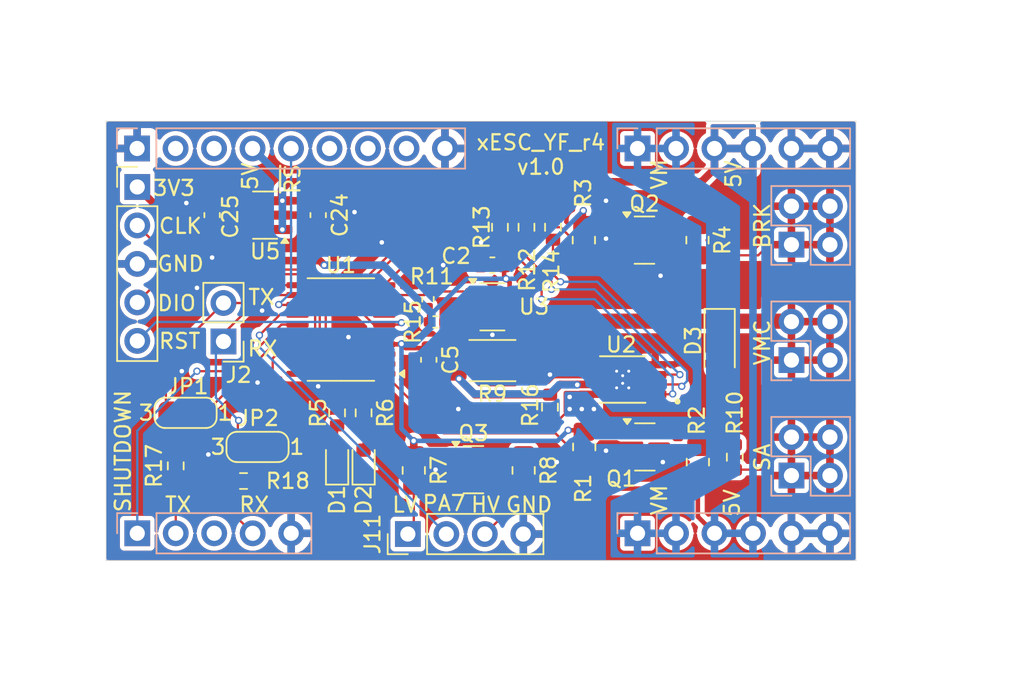
<source format=kicad_pcb>
(kicad_pcb (version 20240108) (generator "pcbnew") (generator_version "8.0")
  (title_block (title "xESC YardForce Rev.4 Adapter") (date "2024-06-02") (rev "1.0") (company "Clemens Elflein, openmower.de") (comment 1 "Creative Commons Attribution-NonCommercial-ShareAlike 4.0 International License.") (comment 2 "Licensed under"))
  (layers (0 "F.Cu" signal) (31 "B.Cu" signal) (34 "B.Paste" user) (35 "F.Paste" user) (36 "B.SilkS" user "B.Silkscreen") (37 "F.SilkS" user "F.Silkscreen") (38 "B.Mask" user) (39 "F.Mask" user) (44 "Edge.Cuts" user))
  (property "git_version" "WIP")
  (net 0 "")
  (net 1 "Net-(D2-A)")
  (net 2 "GND")
  (net 8 "/~{VMS_FAULT}{slash}NRST")
  (net 9 "/SHUTDOWN")
  (net 10 "Net-(J4-Pin_2)")
  (net 12 "+3V3")
  (net 13 "+5V")
  (net 15 "/Level Shifter 1/SIGNAL_HV")
  (net 16 "/VMS")
  (net 17 "/SWDIO")
  (net 18 "/SWCLK")
  (net 19 "Net-(J4-Pin_4)")
  (net 20 "/SA")
  (net 21 "/BRK")
  (net 22 "Net-(D1-A)")
  (net 23 "/SA_HV")
  (net 24 "/LED_GN")
  (net 25 "/LED_RD")
  (net 26 "/~{RS}")
  (net 27 "/VMC")
  (net 28 "/PROTO_GPIO")
  (net 29 "/PROTO_SIG_LV")
  (net 30 "/BRK_HV")
  (net 31 "VM")
  (net 32 "/CUR_SENSE")
  (net 33 "/PROTO_SIG_HV")
  (net 34 "Net-(U2-~{FAULT})")
  (net 35 "Net-(U2-IN)")
  (net 36 "/UART1_TX")
  (net 37 "Net-(JP1-C)")
  (net 38 "/CUR_SENSE_2")
  (net 39 "/VMS_IN")
  (net 40 "/VMS_DIAG_EN")
  (net 41 "Net-(U2-DIAG_EN)")
  (net 43 "/UART2_TX")
  (net 44 "Net-(JP2-C)")
  (net 45 "/UART1_RX")
  (net 46 "/UART2_RX")
  (footprint "Connector_PinHeader_2.54mm:PinHeader_1x05_P2.54mm_Vertical" (layer "F.Cu") (at 231.06 108.24)
    (property "Reference" "J3" (hide yes))
    (property "Value" "Conn_01x05_Male")
  )
  (footprint "Jumper:SolderJumper-3_P1.3mm_Bridged12_RoundedPad1.0x1.5mm_NumberLabels" (layer "F.Cu") (at 239 125.4 180)
    (property "Reference" "JP2")
    (property "Value" "UART1_RX/UART2_RX")
  )
  (footprint "Resistor_SMD:R_0805_2012Metric_Pad1.20x1.40mm_HandSolder" (layer "F.Cu") (at 268.0625 126.4 90)
    (property "Reference" "R2")
    (property "Value" "1k")
  )
  (footprint "Resistor_SMD:R_0603_1608Metric" (layer "F.Cu") (at 246 123.15 -90)
    (property "Reference" "R6")
    (property "Value" "150R")
  )
  (footprint "Connector_PinHeader_2.54mm:PinHeader_1x02_P2.54mm_Vertical" (layer "F.Cu") (at 236.75 118.44 180)
    (property "Reference" "J2")
    (property "Value" "Conn_01x02_Pin")
  )
  (footprint "Capacitor_SMD:C_0603_1608Metric" (layer "F.Cu") (at 250.3 119.65 -90)
    (property "Reference" "C5")
    (property "Value" ".1uF")
  )
  (footprint "Resistor_SMD:R_0603_1608Metric" (layer "F.Cu") (at 256.75 110.9 90)
    (property "Reference" "R12")
    (property "Value" "4k7")
  )
  (footprint "Capacitor_SMD:C_0603_1608Metric" (layer "F.Cu") (at 254.5 113.4)
    (property "Reference" "C2")
    (property "Value" ".1uF")
  )
  (footprint "Resistor_SMD:R_0603_1608Metric" (layer "F.Cu") (at 258.5 110.9 -90)
    (property "Reference" "R14")
    (property "Value" "4k7")
  )
  (footprint "Connector_PinHeader_2.54mm:PinHeader_1x04_P2.54mm_Vertical" (layer "F.Cu") (at 248.92 131.15 90)
    (property "Reference" "J11")
    (property "Value" "Conn_01x04_Pin")
  )
  (footprint "Package_TO_SOT_SMD:SOT-23" (layer "F.Cu") (at 253.25 126.9)
    (property "Reference" "Q3")
    (property "Value" "BSS138")
  )
  (footprint "Resistor_SMD:R_0603_1608Metric" (layer "F.Cu") (at 270.5 126.075 -90)
    (property "Reference" "R10")
    (property "Value" "100")
  )
  (footprint "Resistor_SMD:R_0603_1608Metric" (layer "F.Cu") (at 233.6 126.65 90)
    (property "Reference" "R17")
    (property "Value" "220	")
  )
  (footprint "LED_SMD:LED_0603_1608Metric" (layer "F.Cu") (at 246 126.4 90)
    (property "Reference" "D2")
    (property "Value" "LED RED")
  )
  (footprint "Resistor_SMD:R_0805_2012Metric_Pad1.20x1.40mm_HandSolder" (layer "F.Cu") (at 256.5625 126.95 -90)
    (property "Reference" "R8")
    (property "Value" "1k")
  )
  (footprint "Resistor_SMD:R_0805_2012Metric_Pad1.20x1.40mm_HandSolder" (layer "F.Cu") (at 268.0375 111.75 -90)
    (property "Reference" "R4")
    (property "Value" "1k")
  )
  (footprint "Resistor_SMD:R_0603_1608Metric" (layer "F.Cu") (at 258.3 122.775 -90)
    (property "Reference" "R16")
    (property "Value" "15k")
  )
  (footprint "Resistor_SMD:R_0805_2012Metric_Pad1.20x1.40mm_HandSolder" (layer "F.Cu") (at 260.5375 111.75 -90)
    (property "Reference" "R3")
    (property "Value" "1k")
  )
  (footprint "LED_SMD:LED_0603_1608Metric" (layer "F.Cu") (at 244.25 126.4 90)
    (property "Reference" "D1")
    (property "Value" "LED GREEN")
  )
  (footprint "Resistor_SMD:R_0402_1005Metric" (layer "F.Cu") (at 250.25 115.65 90)
    (property "Reference" "R11")
    (property "Value" "20k")
  )
  (footprint "Resistor_SMD:R_0805_2012Metric_Pad1.20x1.40mm_HandSolder" (layer "F.Cu") (at 249.3125 126.95 -90)
    (property "Reference" "R7")
    (property "Value" "1k")
  )
  (footprint "Resistor_SMD:R_0603_1608Metric" (layer "F.Cu") (at 238.075 127.65)
    (property "Reference" "R18")
    (property "Value" "220	")
  )
  (footprint "Resistor_SMD:R_0402_1005Metric" (layer "F.Cu") (at 250.75 117.15 180)
    (property "Reference" "R15")
    (property "Value" "20k")
  )
  (footprint "Resistor_SMD:R_0603_1608Metric" (layer "F.Cu") (at 244.25 123.15 -90)
    (property "Reference" "R5")
    (property "Value" "150R")
  )
  (footprint "Resistor_SMD:R_0805_2012Metric_Pad1.20x1.40mm_HandSolder" (layer "F.Cu") (at 260.5625 125.4 -90)
    (property "Reference" "R1")
    (property "Value" "1k")
  )
  (footprint "Package_TO_SOT_SMD:SOT-23" (layer "F.Cu") (at 264.5375 111.75)
    (property "Reference" "Q2")
    (property "Value" "BSS138")
  )
  (footprint "Resistor_SMD:R_0603_1608Metric" (layer "F.Cu") (at 255 110.9 -90)
    (property "Reference" "R13")
    (property "Value" "4k7")
  )
  (footprint "Capacitor_SMD:C_0603_1608Metric" (layer "F.Cu") (at 243 110.1 -90)
    (property "Reference" "C24")
    (property "Value" "4.7uF/16V")
  )
  (footprint "Capacitor_SMD:C_0603_1608Metric" (layer "F.Cu") (at 236 110.1 90)
    (property "Reference" "C25")
    (property "Value" "4.7uF/16V")
  )
  (footprint "Package_TO_SOT_SMD:SOT-23" (layer "F.Cu") (at 264.5625 125.4)
    (property "Reference" "Q1")
    (property "Value" "BSS138")
  )
  (footprint "Resistor_SMD:R_2010_5025Metric_Pad1.40x2.65mm_HandSolder" (layer "F.Cu") (at 254.5 119.7)
    (property "Reference" "R9")
    (property "Value" "75mR")
  )
  (footprint "Diode_SMD:D_SOD-123F" (layer "F.Cu") (at 269.5 118.5 -90)
    (property "Reference" "D3")
    (property "Value" "S2MW	")
  )
  (footprint "TPS1H200AQDGNRQ1.snapeda:SOP65P490X110-9N" (layer "F.Cu") (at 263.1 120.95 180)
    (property "Reference" "U2")
    (property "Value" "TPS1H200A")
  )
  (footprint "Package_SO:TSSOP-20_4.4x6.5mm_P0.65mm" (layer "F.Cu") (at 244.5 117.65 180)
    (property "Reference" "U1")
    (property "Value" "STM32C011F6P6")
  )
  (footprint "Package_TO_SOT_SMD:SOT-23-5" (layer "F.Cu") (at 239.5 110.1 180)
    (property "Reference" "U5")
    (property "Value" "XC6220B331MR")
  )
  (footprint "Jumper:SolderJumper-3_P1.3mm_Bridged12_RoundedPad1.0x1.5mm_NumberLabels" (layer "F.Cu") (at 234.25 123.15 180)
    (property "Reference" "JP1")
    (property "Value" "UART1_TX/UART2_TX")
  )
  (footprint "Package_TO_SOT_SMD:SOT-23-5" (layer "F.Cu") (at 254.5 116.15)
    (property "Reference" "U3")
    (property "Value" "INA139NA" (hide yes))
  )
  (footprint "Connector_PinHeader_2.54mm:PinHeader_1x05_P2.54mm_Vertical" (layer "B.Cu") (at 231.06 131.1 -90)
    (property "Reference" "J4" (hide yes))
    (property "Value" "Conn_01x05_Male")
  )
  (footprint "Connector_PinHeader_2.54mm:PinHeader_1x06_P2.54mm_Vertical" (layer "B.Cu") (at 264.08 105.7 -90)
    (property "Reference" "J7" (hide yes))
    (property "Value" "Conn_01x06_Male")
  )
  (footprint "Connector_PinHeader_2.54mm:PinHeader_1x06_P2.54mm_Vertical" (layer "B.Cu") (at 264.08 131.1 -90)
    (property "Reference" "J8" (hide yes))
    (property "Value" "Conn_01x06_Pin")
  )
  (footprint "Connector_PinHeader_2.54mm:PinHeader_2x02_P2.54mm_Vertical" (layer "B.Cu") (at 274.24 112.05)
    (property "Reference" "J10" (hide yes))
    (property "Value" "OM-MB W => MC BRK")
  )
  (footprint "Connector_PinHeader_2.54mm:PinHeader_2x02_P2.54mm_Vertical" (layer "B.Cu") (at 274.24 119.67)
    (property "Reference" "J9" (hide yes))
    (property "Value" "OM-MB V => MC +24V")
  )
  (footprint "Connector_PinHeader_2.54mm:PinHeader_2x02_P2.54mm_Vertical" (layer "B.Cu") (at 274.24 127.29)
    (property "Reference" "J6" (hide yes))
    (property "Value" "OM-MB U => MC SA")
  )
  (footprint "Connector_PinHeader_2.54mm:PinHeader_1x09_P2.54mm_Vertical" (layer "B.Cu") (at 231.05 105.7 -90)
    (property "Reference" "J1" (hide yes))
    (property "Value" "Conn_01x09_Male" (hide yes))
  )
  (gr_line (start 229 103.9) (end 278.5 103.9) (stroke (width 0.05)) (layer "Edge.Cuts"))
  (gr_line (start 278.5 103.9) (end 278.5 132.9) (stroke (width 0.05)) (layer "Edge.Cuts"))
  (gr_line (start 229 132.9) (end 229 103.9) (stroke (width 0.05)) (layer "Edge.Cuts"))
  (gr_line (start 278.5 132.9) (end 229 132.9) (stroke (width 0.05)) (layer "Edge.Cuts"))
  (gr_text "SHUTDOWN" (at 230.7 129.8 90) (layer "F.SilkS") (effects (font (size 1 1)) (justify left bottom)))
  (gr_text "VM" (at 266.1 130 90) (layer "F.SilkS") (effects (font (size 1 1)) (justify left bottom)))
  (gr_text "RX" (at 238.25 119.5 0) (layer "F.SilkS") (effects (font (size 1 1)) (justify left bottom)))
  (gr_text "PA7" (at 249.8 129.7 0) (layer "F.SilkS") (effects (font (size 1 1)) (justify left bottom)))
  (gr_text "5V" (at 239.1 108.54 90) (layer "F.SilkS") (effects (font (size 1 1)) (justify left bottom)))
  (gr_text "TX" (at 232.8 129.8 0) (layer "F.SilkS") (effects (font (size 1 1)) (justify left bottom)))
  (gr_text "VMC" (at 272.9 120.1 90) (layer "F.SilkS") (effects (font (size 1 1)) (justify left bottom)))
  (gr_text "VM" (at 266.1 108.5 90) (layer "F.SilkS") (effects (font (size 1 1)) (justify left bottom)))
  (gr_text "3V3" (at 232 108.9 0) (layer "F.SilkS") (effects (font (size 1 1)) (justify left bottom)))
  (gr_text "RX" (at 237.7 129.8 0) (layer "F.SilkS") (effects (font (size 1 1)) (justify left bottom)))
  (gr_text "BRK" (at 272.9 112.4 90) (layer "F.SilkS") (effects (font (size 1 1)) (justify left bottom)))
  (gr_text "5V" (at 270.9 130.1 90) (layer "F.SilkS") (effects (font (size 1 1)) (justify left bottom)))
  (gr_text "5V" (at 271 108.4 90) (layer "F.SilkS") (effects (font (size 1 1)) (justify left bottom)))
  (gr_text "~{RS}" (at 241.9 108.8 90) (layer "F.SilkS") (effects (font (size 1 1)) (justify left bottom)))
  (gr_text "GND" (at 232.3 113.9 0) (layer "F.SilkS") (effects (font (size 1 1)) (justify left bottom)))
  (gr_text "DIO" (at 232.3 116.5 0) (layer "F.SilkS") (effects (font (size 1 1)) (justify left bottom)))
  (gr_text "RST" (at 232.4 119 0) (layer "F.SilkS") (effects (font (size 1 1)) (justify left bottom)))
  (gr_text "HV" (at 253 129.8 0) (layer "F.SilkS") (effects (font (size 1 1)) (justify left bottom)))
  (gr_text "CLK" (at 232.4 111.4 0) (layer "F.SilkS") (effects (font (size 1 1)) (justify left bottom)))
  (gr_text "xESC_YF_r4\nv1.0" (at 257.7 107.5 0) (layer "F.SilkS") (effects (font (size 1 1)) (justify bottom)))
  (gr_text "LV" (at 247.8 129.8 0) (layer "F.SilkS") (effects (font (size 1 1)) (justify left bottom)))
  (gr_text "TX" (at 238.3 116.1 0) (layer "F.SilkS") (effects (font (size 1 1)) (justify left bottom)))
  (gr_text "SA" (at 272.9 127.1 90) (layer "F.SilkS") (effects (font (size 1 1)) (justify left bottom)))
  (gr_text "GND" (at 255.3 129.8 0) (layer "F.SilkS") (effects (font (size 1 1)) (justify left bottom)))
  (segment (start 246 123.975) (end 246 125.6125) (width 0.1525) (layer "F.Cu") (net 1))
  (segment (start 260.95 120.625) (end 258.3 120.625) (width 0.4975) (layer "F.Cu") (net 2))
  (via (at 239 121.15) (size 0.48) (drill 0.3) (layers "F.Cu" "B.Cu") (net 2))
  (via (at 239.3 116.4) (size 0.48) (drill 0.3) (layers "F.Cu" "B.Cu") (net 2))
  (via (at 263.1 120.7) (size 0.45) (drill 0.2) (layers "F.Cu" "B.Cu") (net 2))
  (via (at 262 109.15) (size 0.48) (drill 0.3) (layers "F.Cu" "B.Cu") (net 2))
  (via (at 245 118.15) (size 0.48) (drill 0.3) (layers "F.Cu" "B.Cu") (net 2))
  (via (at 265.6 114.1) (size 0.48) (drill 0.3) (layers "F.Cu" "B.Cu") (net 2))
  (via (at 262.7 121.5) (size 0.45) (drill 0.2) (layers "F.Cu" "B.Cu") (net 2))
  (via (at 251.25 113.4) (size 0.48) (drill 0.3) (layers "F.Cu" "B.Cu") (net 2))
  (via (at 235 114.9) (size 0.48) (drill 0.3) (layers "F.Cu" "B.Cu") (net 2))
  (via (at 250.75 126.9) (size 0.48) (drill 0.3) (layers "F.Cu" "B.Cu") (net 2))
  (via (at 263.5 120.4) (size 0.45) (drill 0.2) (layers "F.Cu" "B.Cu") (net 2))
  (via (at 254.5 118) (size 0.48) (drill 0.3) (layers "F.Cu" "B.Cu") (net 2))
  (via (at 262.7 120.4) (size 0.45) (drill 0.2) (layers "F.Cu" "B.Cu") (net 2))
  (via (at 253.75 111.9) (size 0.48) (drill 0.3) (layers "F.Cu" "B.Cu") (net 2))
  (via (at 258.75 126.4) (size 0.48) (drill 0.3) (layers "F.Cu" "B.Cu") (net 2))
  (via (at 236 112.9) (size 0.48) (drill 0.3) (layers "F.Cu" "B.Cu") (net 2))
  (via (at 262 111.65) (size 0.48) (drill 0.3) (layers "F.Cu" "B.Cu") (net 2))
  (via (at 263.1 121.2) (size 0.45) (drill 0.2) (layers "F.Cu" "B.Cu") (net 2))
  (via (at 262 125.65) (size 0.48) (drill 0.3) (layers "F.Cu" "B.Cu") (net 2))
  (via (at 234.3 109.3) (size 0.48) (drill 0.3) (layers "F.Cu" "B.Cu") (net 2))
  (via (at 252.25 122.9) (size 0.48) (drill 0.3) (layers "F.Cu" "B.Cu") (net 2))
  (via (at 265.75 126.4) (size 0.48) (drill 0.3) (layers "F.Cu" "B.Cu") (net 2))
  (via (at 234 120.4) (size 0.48) (drill 0.3) (layers "F.Cu" "B.Cu") (net 2))
  (via (at 258.3 120.625) (size 0.48) (drill 0.3) (layers "F.Cu" "B.Cu") (net 2))
  (via (at 247.2 111.9) (size 0.48) (drill 0.3) (layers "F.Cu" "B.Cu") (net 2))
  (via (at 235.75 125.9) (size 0.48) (drill 0.3) (layers "F.Cu" "B.Cu") (net 2))
  (via (at 245.4 109.9) (size 0.48) (drill 0.3) (layers "F.Cu" "B.Cu") (net 2))
  (via (at 263.5 121.5) (size 0.45) (drill 0.2) (layers "F.Cu" "B.Cu") (net 2))
  (via (at 243 121.4) (size 0.48) (drill 0.3) (layers "F.Cu" "B.Cu") (net 2))
  (segment (start 245.75 114.65) (end 245.75 116.4) (width 0.1525) (layer "F.Cu") (net 8))
  (segment (start 246.675 117.325) (end 247.3625 117.325) (width 0.1525) (layer "F.Cu") (net 8))
  (segment (start 245.75 116.4) (end 246.675 117.325) (width 0.1525) (layer "F.Cu") (net 8))
  (segment (start 250.95375 109.44625) (end 245.75 114.65) (width 0.1525) (layer "F.Cu") (net 8))
  (segment (start 248.5 117.2) (end 248.375 117.325) (width 0.1525) (layer "F.Cu") (net 8))
  (segment (start 256.75 110.075) (end 256.12125 109.44625) (width 0.1525) (layer "F.Cu") (net 8))
  (segment (start 256.12125 109.44625) (end 250.95375 109.44625) (width 0.1525) (layer "F.Cu") (net 8))
  (segment (start 248.375 117.325) (end 247.3625 117.325) (width 0.1525) (layer "F.Cu") (net 8))
  (via (at 248.5 117.2) (size 0.48) (drill 0.3) (layers "F.Cu" "B.Cu") (net 8))
  (segment (start 248.45 117.15) (end 232.31 117.15) (width 0.1525) (layer "B.Cu") (net 8))
  (segment (start 248.5 117.2) (end 248.45 117.15) (width 0.1525) (layer "B.Cu") (net 8))
  (segment (start 232.31 117.15) (end 231.06 118.4) (width 0.1525) (layer "B.Cu") (net 8))
  (segment (start 237.5 120.4) (end 240.575 117.325) (width 0.1525) (layer "F.Cu") (net 9))
  (segment (start 235 120.4) (end 237.5 120.4) (width 0.1525) (layer "F.Cu") (net 9))
  (segment (start 240.575 117.325) (end 241.6375 117.325) (width 0.1525) (layer "F.Cu") (net 9))
  (via (at 235 120.4) (size 0.48) (drill 0.3) (layers "F.Cu" "B.Cu") (net 9))
  (segment (start 235 120.4) (end 231.06 124.34) (width 0.1525) (layer "B.Cu") (net 9))
  (segment (start 231.06 124.34) (end 231.06 131.1) (width 0.1525) (layer "B.Cu") (net 9))
  (segment (start 233.6 127.475) (end 233.6 131.1) (width 0.1525) (layer "F.Cu") (net 10))
  (segment (start 255.275 114.175) (end 255.4 114.3) (width 0.3) (layer "F.Cu") (net 12))
  (segment (start 247.3625 118.625) (end 248.475 118.625) (width 0.3) (layer "F.Cu") (net 12))
  (segment (start 263.6 110.8) (end 260.5875 110.8) (width 0.3) (layer "F.Cu") (net 12))
  (segment (start 259.5 124.3) (end 260.4625 124.3) (width 0.3) (layer "F.Cu") (net 12))
  (segment (start 243.4 113.4) (end 243.1 113.1) (width 0.5) (layer "F.Cu") (net 12))
  (segment (start 243.1 113.1) (end 239.5 113.1) (width 0.5) (layer "F.Cu") (net 12))
  (segment (start 260.5375 109.8375) (end 260.5 109.8) (width 0.3) (layer "F.Cu") (net 12))
  (segment (start 260.5375 110.75) (end 260.5375 109.8375) (width 0.3) (layer "F.Cu") (net 12))
  (segment (start 248.475 118.625) (end 248.5 118.6) (width 0.3) (layer "F.Cu") (net 12))
  (segment (start 248.775 118.875) (end 250.3 118.875) (width 0.3) (layer "F.Cu") (net 12))
  (segment (start 239.5 113.1) (end 238.3625 111.9625) (width 0.5) (layer "F.Cu") (net 12))
  (segment (start 249.3125 125.95) (end 252.3125 125.95) (width 0.5) (layer "F.Cu") (net 12))
  (segment (start 255.275 114.175) (end 255.275 113.4) (width 0.3) (layer "F.Cu") (net 12))
  (segment (start 238.3625 111.9625) (end 238.3625 111.05) (width 0.5) (layer "F.Cu") (net 12))
  (segment (start 248.5 118.6) (end 248.775 118.875) (width 0.3) (layer "F.Cu") (net 12))
  (segment (start 260.5625 124.4) (end 263.575 124.4) (width 0.5) (layer "F.Cu") (net 12))
  (segment (start 236 110.875) (end 233.695 110.875) (width 0.5) (layer "F.Cu") (net 12))
  (segment (start 233.695 110.875) (end 231.06 108.24) (width 0.5) (layer "F.Cu") (net 12))
  (segment (start 255.6375 114.5375) (end 255.6375 115.2) (width 0.3) (layer "F.Cu") (net 12))
  (segment (start 249.3125 125.0125) (end 249.3 125) (width 0.5) (layer "F.Cu") (net 12))
  (segment (start 249.3125 125.95) (end 249.3125 125.0125) (width 0.5) (layer "F.Cu") (net 12))
  (segment (start 236.175 111.05) (end 238.3625 111.05) (width 0.5) (layer "F.Cu") (net 12))
  (segment (start 255.4 114.3) (end 255.6375 114.5375) (width 0.3) (layer "F.Cu") (net 12))
  (via (at 249.3 125) (size 0.48) (drill 0.3) (layers "F.Cu" "B.Cu") (net 12))
  (via (at 243.4 113.4) (size 0.48) (drill 0.3) (layers "F.Cu" "B.Cu") (net 12))
  (via (at 248.5 118.6) (size 0.48) (drill 0.3) (layers "F.Cu" "B.Cu") (net 12))
  (via (at 260.5 109.8) (size 0.48) (drill 0.3) (layers "F.Cu" "B.Cu") (net 12))
  (via (at 255.4 114.3) (size 0.48) (drill 0.3) (layers "F.Cu" "B.Cu") (net 12))
  (via (at 259.5 124.3) (size 0.48) (drill 0.3) (layers "F.Cu" "B.Cu") (net 12))
  (segment (start 258.8 125) (end 259.5 124.3) (width 0.3) (layer "B.Cu") (net 12))
  (segment (start 252.8 114.3) (end 256 114.3) (width 0.3) (layer "B.Cu") (net 12))
  (segment (start 247.3 113.4) (end 250.5 116.6) (width 0.5) (layer "B.Cu") (net 12))
  (segment (start 250.5 116.6) (end 250.5 117.4) (width 0.5) (layer "B.Cu") (net 12))
  (segment (start 260.5 109.8) (end 256 114.3) (width 0.3) (layer "B.Cu") (net 12))
  (segment (start 250.5 117.4) (end 249.3 118.6) (width 0.5) (layer "B.Cu") (net 12))
  (segment (start 248.5 124.2) (end 249.3 125) (width 0.3) (layer "B.Cu") (net 12))
  (segment (start 252.8 114.3) (end 250.5 116.6) (width 0.3) (layer "B.Cu") (net 12))
  (segment (start 249.3 118.6) (end 248.5 118.6) (width 0.5) (layer "B.Cu") (net 12))
  (segment (start 248.5 118.6) (end 248.5 124.2) (width 0.3) (layer "B.Cu") (net 12))
  (segment (start 243.4 113.4) (end 247.3 113.4) (width 0.5) (layer "B.Cu") (net 12))
  (segment (start 249.3 125) (end 258.8 125) (width 0.3) (layer "B.Cu") (net 12))
  (segment (start 241.1 107.9) (end 268.1 107.9) (width 0.5) (layer "F.Cu") (net 13))
  (segment (start 268.1 107.9) (end 268.3 107.9) (width 0.5) (layer "F.Cu") (net 13))
  (segment (start 240.6 108.4) (end 241.1 107.9) (width 0.5) (layer "F.Cu") (net 13))
  (segment (start 240.5875 109.1) (end 240.5875 108.4125) (width 0.5) (layer "F.Cu") (net 13))
  (segment (start 240.6375 109.15) (end 242.825 109.15) (width 0.5) (layer "F.Cu") (net 13))
  (segment (start 268.0625 130.0025) (end 269.16 131.1) (width 0.3) (layer "F.Cu") (net 13))
  (segment (start 268.0625 127.4) (end 268.0625 130.0025) (width 0.3) (layer "F.Cu") (net 13))
  (segment (start 240.6375 108.4375) (end 240.6 108.4) (width 0.5) (layer "F.Cu") (net 13))
  (segment (start 269.16 107.04) (end 269.16 105.7) (width 0.5) (layer "F.Cu") (net 13))
  (segment (start 268.0375 110.75) (end 268.0375 107.9625) (width 0.3) (layer "F.Cu") (net 13))
  (segment (start 268.0375 107.9625) (end 268.1 107.9) (width 0.3) (layer "F.Cu") (net 13))
  (segment (start 268.3 107.9) (end 269.16 107.04) (width 0.5) (layer "F.Cu") (net 13))
  (segment (start 240.5875 108.4125) (end 240.6 108.4) (width 0.5) (layer "F.Cu") (net 13))
  (segment (start 256.5625 125.95) (end 258.7625 128.15) (width 0.3) (layer "F.Cu") (net 13))
  (segment (start 258.7625 128.15) (end 267.3125 128.15) (width 0.3) (layer "F.Cu") (net 13))
  (segment (start 267.3125 128.15) (end 267.8125 127.65) (width 0.3) (layer "F.Cu") (net 13))
  (segment (start 240.6375 109.15) (end 240.6375 108.4375) (width 0.5) (layer "F.Cu") (net 13))
  (via (at 240.6375 111.05) (size 0.48) (drill 0.3) (layers "F.Cu" "B.Cu") (net 13))
  (via (at 240.6375 109.15) (size 0.48) (drill 0.3) (layers "F.Cu" "B.Cu") (net 13))
  (via (at 240.6 108.4) (size 0.48) (drill 0.3) (layers "F.Cu" "B.Cu") (net 13))
  (segment (start 240.6375 107.6675) (end 238.67 105.7) (width 0.5) (layer "B.Cu") (net 13))
  (segment (start 271.7 105.7) (end 271.7 131.1) (width 0.5) (layer "B.Cu") (net 13))
  (segment (start 240.6375 109.15) (end 240.6375 107.6675) (width 0.5) (layer "B.Cu") (net 13))
  (segment (start 240.6375 109.15) (end 240.6375 111.05) (width 0.5) (layer "B.Cu") (net 13))
  (segment (start 268.0625 125.4) (end 270.35 125.4) (width 0.1525) (layer "F.Cu") (net 15))
  (segment (start 265.5 125.4) (end 268.0625 125.4) (width 0.1525) (layer "F.Cu") (net 15))
  (segment (start 253.35 121.95) (end 258.3 121.95) (width 0.4975) (layer "F.Cu") (net 16))
  (segment (start 252.3 120.9) (end 252.1 120.7) (width 0.4975) (layer "F.Cu") (net 16))
  (segment (start 260.075 121.275) (end 260.1 121.3) (width 0.4975) (layer "F.Cu") (net 16))
  (segment (start 260.1 121.3) (end 260.125 121.275) (width 0.4975) (layer "F.Cu") (net 16))
  (segment (start 253.3625 117.1) (end 252.1 118.3625) (width 0.1525) (layer "F.Cu") (net 16))
  (segment (start 252.3 120.9) (end 253.35 121.95) (width 0.4975) (layer "F.Cu") (net 16))
  (segment (start 252.1 118.3625) (end 252.1 119.7) (width 0.1525) (layer "F.Cu") (net 16))
  (segment (start 260.125 121.275) (end 260.95 121.275) (width 0.4975) (layer "F.Cu") (net 16))
  (segment (start 258.975 121.275) (end 260.075 121.275) (width 0.4975) (layer "F.Cu") (net 16))
  (segment (start 258.3 121.95) (end 258.975 121.275) (width 0.4975) (layer "F.Cu") (net 16))
  (via (at 260.1 121.3) (size 0.48) (drill 0.3) (layers "F.Cu" "B.Cu") (net 16))
  (via (at 252.3 120.9) (size 0.48) (drill 0.3) (layers "F.Cu" "B.Cu") (net 16))
  (segment (start 253.3 121.9) (end 258.3 121.9) (width 0.4975) (layer "B.Cu") (net 16))
  (segment (start 258.9 121.3) (end 260.1 121.3) (width 0.4975) (layer "B.Cu") (net 16))
  (segment (start 258.3 121.9) (end 258.9 121.3) (width 0.4975) (layer "B.Cu") (net 16))
  (segment (start 252.3 120.9) (end 253.3 121.9) (width 0.4975) (layer "B.Cu") (net 16))
  (segment (start 242.8 114.4) (end 242.4 114) (width 0.1525) (layer "F.Cu") (net 17))
  (segment (start 242.374999 119.275) (end 242.8 118.849999) (width 0.1525) (layer "F.Cu") (net 17))
  (segment (start 242.4 114) (end 232.92 114) (width 0.1525) (layer "F.Cu") (net 17))
  (segment (start 242.8 118.849999) (end 242.8 114.4) (width 0.1525) (layer "F.Cu") (net 17))
  (segment (start 232.92 114) (end 231.06 115.86) (width 0.1525) (layer "F.Cu") (net 17))
  (segment (start 241.6375 119.275) (end 242.374999 119.275) (width 0.1525) (layer "F.Cu") (net 17))
  (segment (start 243.105 114.273664) (end 242.526336 113.695) (width 0.1525) (layer "F.Cu") (net 18))
  (segment (start 238.595 113.695) (end 236.7 111.8) (width 0.1525) (layer "F.Cu") (net 18))
  (segment (start 242.526336 113.695) (end 238.595 113.695) (width 0.1525) (layer "F.Cu") (net 18))
  (segment (start 232.08 111.8) (end 231.06 110.78) (width 0.1525) (layer "F.Cu") (net 18))
  (segment (start 236.7 111.8) (end 232.08 111.8) (width 0.1525) (layer "F.Cu") (net 18))
  (segment (start 243.105 119.012694) (end 243.105 114.273664) (width 0.1525) (layer "F.Cu") (net 18))
  (segment (start 242.192694 119.925) (end 243.105 119.012694) (width 0.1525) (layer "F.Cu") (net 18))
  (segment (start 237.25 128.15) (end 237.25 129.67) (width 0.1525) (layer "F.Cu") (net 19))
  (segment (start 237.25 129.67) (end 238.68 131.1) (width 0.1525) (layer "F.Cu") (net 19))
  (segment (start 260.5625 126.4) (end 258.6625 124.5) (width 0.1525) (layer "F.Cu") (net 20))
  (segment (start 258.6625 124.5) (end 251.2875 124.5) (width 0.1525) (layer "F.Cu") (net 20))
  (segment (start 251.2875 124.5) (end 247.3625 120.575) (width 0.1525) (layer "F.Cu") (net 20))
  (segment (start 261.1125 126.35) (end 263.625 126.35) (width 0.1525) (layer "F.Cu") (net 20))
  (segment (start 247.3625 114.725) (end 251.1875 110.9) (width 0.1525) (layer "F.Cu") (net 21))
  (segment (start 263.6 112.7) (end 260.5875 112.7) (width 0.1525) (layer "F.Cu") (net 21))
  (segment (start 251.1875 110.9) (end 259 110.9) (width 0.1525) (layer "F.Cu") (net 21))
  (segment (start 259 110.9) (end 260.5375 112.4375) (width 0.1525) (layer "F.Cu") (net 21))
  (segment (start 244.25 123.975) (end 244.25 125.6125) (width 0.1525) (layer "F.Cu") (net 22))
  (segment (start 270.5 126.9) (end 272.7 126.9) (width 0.1525) (layer "F.Cu") (net 23))
  (segment (start 244.25 121.650001) (end 244.25 122.325) (width 0.1525) (layer "F.Cu") (net 24))
  (segment (start 246.625001 119.275) (end 244.25 121.650001) (width 0.1525) (layer "F.Cu") (net 24))
  (segment (start 247.3625 119.275) (end 246.625001 119.275) (width 0.1525) (layer "F.Cu") (net 24))
  (segment (start 246 120.550001) (end 246 122.325) (width 0.1525) (layer "F.Cu") (net 25))
  (segment (start 247.3625 119.925) (end 246.625001 119.925) (width 0.1525) (layer "F.Cu") (net 25))
  (segment (start 246.625001 119.925) (end 246 120.550001) (width 0.1525) (layer "F.Cu") (net 25))
  (segment (start 240.425 116.025) (end 240.4 116) (width 0.1525) (layer "F.Cu") (net 26))
  (segment (start 241.6375 116.025) (end 240.425 116.025) (width 0.1525) (layer "F.Cu") (net 26))
  (via (at 240.4 116) (size 0.48) (drill 0.3) (layers "F.Cu" "B.Cu") (net 26))
  (segment (start 241.21 115.19) (end 241.21 105.7) (width 0.1525) (layer "B.Cu") (net 26))
  (segment (start 240.4 116) (end 241.21 115.19) (width 0.1525) (layer "B.Cu") (net 26))
  (segment (start 255.6375 117.1) (end 256.9 118.3625) (width 0.1525) (layer "F.Cu") (net 27))
  (segment (start 256.9 118.3625) (end 256.9 119.7) (width 0.1525) (layer "F.Cu") (net 27))
  (segment (start 269.5 117.1) (end 260.4 117.1) (width 1) (layer "F.Cu") (net 27))
  (segment (start 269.5 117.1) (end 274.21 117.1) (width 1) (layer "F.Cu") (net 27))
  (segment (start 260.4 117.1) (end 258.4 119.1) (width 1) (layer "F.Cu") (net 27))
  (segment (start 258.4 119.1) (end 256.9 119.1) (width 1) (layer "F.Cu") (net 27))
  (segment (start 239.125 118.025) (end 240.475 116.675) (width 0.1525) (layer "F.Cu") (net 28))
  (segment (start 240.475 116.675) (end 241.6375 116.675) (width 0.1525) (layer "F.Cu") (net 28))
  (via (at 239.125 118.025) (size 0.48) (drill 0.3) (layers "F.Cu" "B.Cu") (net 28))
  (segment (start 239.125 118.815) (end 251.46 131.15) (width 0.1525) (layer "B.Cu") (net 28))
  (segment (start 239.125 118.025) (end 239.125 118.815) (width 0.1525) (layer "B.Cu") (net 28))
  (segment (start 249.3125 127.95) (end 249.3125 130.7575) (width 0.1525) (layer "F.Cu") (net 29))
  (segment (start 252.3125 127.85) (end 249.4125 127.85) (width 0.1525) (layer "F.Cu") (net 29))
  (segment (start 266.85 111.75) (end 265.475 111.75) (width 0.1525) (layer "F.Cu") (net 30))
  (segment (start 267.85 112.75) (end 266.85 111.75) (width 0.1525) (layer "F.Cu") (net 30))
  (segment (start 268.0375 112.75) (end 272.05 112.75) (width 0.1525) (layer "F.Cu") (net 30))
  (segment (start 272.05 112.75) (end 272.6 112.2) (width 0.1525) (layer "F.Cu") (net 30))
  (segment (start 258.9 123.6) (end 259.6 122.9) (width 0.1525) (layer "F.Cu") (net 31))
  (segment (start 258.3 123.6) (end 258.9 123.6) (width 0.1525) (layer "F.Cu") (net 31))
  (via (at 259.6 122.1) (size 0.48) (drill 0.3) (layers "F.Cu" "B.Cu") (net 31))
  (via (at 261.2 122.9) (size 0.48) (drill 0.3) (layers "F.Cu" "B.Cu") (net 31))
  (via (at 259.6 122.9) (size 0.48) (drill 0.3) (layers "F.Cu" "B.Cu") (net 31))
  (via (at 260.4 122.9) (size 0.48) (drill 0.3) (layers "F.Cu" "B.Cu") (net 31))
  (segment (start 247.3625 115.375) (end 250.015 115.375) (width 0.1525) (layer "F.Cu") (net 32))
  (segment (start 250.015 115.375) (end 250.25 115.14) (width 0.1525) (layer "F.Cu") (net 32))
  (segment (start 250.25 115.14) (end 253.3025 115.14) (width 0.1525) (layer "F.Cu") (net 32))
  (segment (start 255.2375 127.95) (end 254.1875 126.9) (width 0.1525) (layer "F.Cu") (net 33))
  (segment (start 254 131.15) (end 255.2375 129.9125) (width 0.1525) (layer "F.Cu") (net 33))
  (segment (start 256.5625 127.95) (end 255.2375 127.95) (width 0.1525) (layer "F.Cu") (net 33))
  (segment (start 255.2375 129.9125) (end 255.2375 127.95) (width 0.1525) (layer "F.Cu") (net 33))
  (segment (start 258.4 114.5) (end 256.75 112.85) (width 0.1525) (layer "F.Cu") (net 34))
  (segment (start 256.75 112.85) (end 256.75 111.725) (width 0.1525) (layer "F.Cu") (net 34))
  (segment (start 265.25 120.625) (end 266.875 120.625) (width 0.1525) (layer "F.Cu") (net 34))
  (segment (start 258.4 115) (end 258.4 114.5) (width 0.1525) (layer "F.Cu") (net 34))
  (via (at 258.4 115) (size 0.48) (drill 0.3) (layers "F.Cu" "B.Cu") (net 34))
  (via (at 266.875 120.625) (size 0.48) (drill 0.3) (layers "F.Cu" "B.Cu") (net 34))
  (segment (start 258.4 115) (end 261.25 115) (width 0.1525) (layer "B.Cu") (net 34))
  (segment (start 261.25 115) (end 266.875 120.625) (width 0.1525) (layer "B.Cu") (net 34))
  (segment (start 257.75 115.65) (end 257.75 114.475) (width 0.1525) (layer "F.Cu") (net 35))
  (segment (start 257.75 114.475) (end 255 111.725) (width 0.1525) (layer "F.Cu") (net 35))
  (segment (start 266.375 121.925) (end 266.4 121.9) (width 0.1525) (layer "F.Cu") (net 35))
  (segment (start 265.25 121.925) (end 266.375 121.925) (width 0.1525) (layer "F.Cu") (net 35))
  (via (at 257.75 115.65) (size 0.48) (drill 0.3) (layers "F.Cu" "B.Cu") (net 35))
  (via (at 266.4 121.9) (size 0.48) (drill 0.3) (layers "F.Cu" "B.Cu") (net 35))
  (segment (start 266.4 120.8) (end 266.4 121.9) (width 0.1525) (layer "B.Cu") (net 35))
  (segment (start 261.25 115.65) (end 266.4 120.8) (width 0.1525) (layer "B.Cu") (net 35))
  (segment (start 257.75 115.65) (end 261.25 115.65) (width 0.1525) (layer "B.Cu") (net 35))
  (segment (start 235.55 123.15) (end 240.725 117.975) (width 0.1525) (layer "F.Cu") (net 36))
  (segment (start 240.725 117.975) (end 241.6375 117.975) (width 0.1525) (layer "F.Cu") (net 36))
  (segment (start 234.25 125.175) (end 234.25 123.15) (width 0.1525) (layer "F.Cu") (net 37))
  (segment (start 233.6 125.825) (end 234.25 125.175) (width 0.1525) (layer "F.Cu") (net 37))
  (segment (start 247.3625 116.025) (end 250.115 116.025) (width 0.1525) (layer "F.Cu") (net 38))
  (segment (start 250.25 116.16) (end 250.25 117.14) (width 0.1525) (layer "F.Cu") (net 38))
  (segment (start 250.807306 110.075) (end 246.25 114.632306) (width 0.1525) (layer "F.Cu") (net 39))
  (segment (start 246.525 116.675) (end 247.3625 116.675) (width 0.1525) (layer "F.Cu") (net 39))
  (segment (start 255 110.075) (end 250.807306 110.075) (width 0.1525) (layer "F.Cu") (net 39))
  (segment (start 246.25 116.4) (end 246.525 116.675) (width 0.1525) (layer "F.Cu") (net 39))
  (segment (start 246.25 114.632306) (end 246.25 116.4) (width 0.1525) (layer "F.Cu") (net 39))
  (segment (start 243.5 119.449999) (end 242.374999 120.575) (width 0.1525) (layer "F.Cu") (net 40))
  (segment (start 258.5 110.075) (end 257.56625 109.14125) (width 0.1525) (layer "F.Cu") (net 40))
  (segment (start 248.75875 109.14125) (end 243.5 114.4) (width 0.1525) (layer "F.Cu") (net 40))
  (segment (start 242.374999 120.575) (end 241.6375 120.575) (width 0.1525) (layer "F.Cu") (net 40))
  (segment (start 243.5 114.4) (end 243.5 119.449999) (width 0.1525) (layer "F.Cu") (net 40))
  (segment (start 257.56625 109.14125) (end 248.75875 109.14125) (width 0.1525) (layer "F.Cu") (net 40))
  (segment (start 258.5 114) (end 258.5 111.725) (width 0.1525) (layer "F.Cu") (net 41))
  (segment (start 259 114.5) (end 258.5 114) (width 0.1525) (layer "F.Cu") (net 41))
  (segment (start 266.875 121.275) (end 267 121.4) (width 0.1525) (layer "F.Cu") (net 41))
  (segment (start 265.25 121.275) (end 266.875 121.275) (width 0.1525) (layer "F.Cu") (net 41))
  (via (at 267 121.4) (size 0.48) (drill 0.3) (layers "F.Cu" "B.Cu") (net 41))
  (via (at 259 114.5) (size 0.48) (drill 0.3) (layers "F.Cu" "B.Cu") (net 41))
  (segment (start 267.35125 120.42773) (end 267.35125 121.04875) (width 0.1525) (layer "B.Cu") (net 41))
  (segment (start 267.35125 121.04875) (end 267 121.4) (width 0.1525) (layer "B.Cu") (net 41))
  (segment (start 259 114.5) (end 261.42352 114.5) (width 0.1525) (layer "B.Cu") (net 41))
  (segment (start 261.42352 114.5) (end 267.35125 120.42773) (width 0.1525) (layer "B.Cu") (net 41))
  (segment (start 241.6375 114.725) (end 239.425 114.725) (width 0.1525) (layer "F.Cu") (net 43))
  (segment (start 238.25 115.9) (end 236.735 115.9) (width 0.1525) (layer "F.Cu") (net 43))
  (segment (start 239.425 114.725) (end 238.25 115.9) (width 0.1525) (layer "F.Cu") (net 43))
  (segment (start 232.95 119.7) (end 232.95 123.15) (width 0.1525) (layer "F.Cu") (net 43))
  (segment (start 236.75 115.9) (end 232.95 119.7) (width 0.1525) (layer "F.Cu") (net 43))
  (segment (start 238.9 127.65) (end 238.9 125.5) (width 0.1525) (layer "F.Cu") (net 44))
  (segment (start 240 119.553653) (end 240.928653 118.625) (width 0.1525) (layer "F.Cu") (net 45))
  (segment (start 240 125.6) (end 240 119.553653) (width 0.1525) (layer "F.Cu") (net 45))
  (segment (start 240.928653 118.625) (end 241.6375 118.625) (width 0.1525) (layer "F.Cu") (net 45))
  (segment (start 241.6375 115.375) (end 239.3 115.375) (width 0.1525) (layer "F.Cu") (net 46))
  (segment (start 237.75 123.65) (end 237.7 123.7) (width 0.1525) (layer "F.Cu") (net 46))
  (segment (start 239.3 115.375) (end 236.25 118.425) (width 0.1525) (layer "F.Cu") (net 46))
  (segment (start 237.7 123.7) (end 237.7 125.9) (width 0.1525) (layer "F.Cu") (net 46))
  (via (at 237.75 123.65) (size 0.48) (drill 0.3) (layers "F.Cu" "B.Cu") (net 46))
  (segment (start 236.25 122.15) (end 236.25 118.425) (width 0.1525) (layer "B.Cu") (net 46))
  (segment (start 237.75 123.65) (end 236.25 122.15) (width 0.1525) (layer "B.Cu") (net 46))
  (zone (net 30) (net_name "/BRK_HV") (layer "F.Cu") (name "VM-Controller") (priority 9) (connect_pads (clearance 0)) (min_thickness 0.25) (fill yes (thermal_gap 0.5) (thermal_bridge_width 0.5))
    (polygon (pts (xy 272.6 107.8) (xy 278.3 107.8) (xy 278.3 113.7) (xy 272.6 113.7)))
  )
  (zone (net 31) (net_name "VM") (layer "F.Cu") (name "VM") (priority 3) (connect_pads (clearance 0)) (min_thickness 0.25) (fill yes (thermal_gap 0.3) (thermal_bridge_width 0.5) (smoothing fillet))
    (polygon (pts (xy 259.2 121.7) (xy 259.2 123.2) (xy 261.5 123.2) (xy 261.5 121.7)))
  )
  (zone (net 23) (net_name "/SA_HV") (layer "F.Cu") (name "VM-Controller") (priority 6) (connect_pads (clearance 0)) (min_thickness 0.25) (fill yes (thermal_gap 0.5) (thermal_bridge_width 0.5))
    (polygon (pts (xy 272.6 123.1) (xy 272.6 128.9) (xy 278.3 128.9) (xy 278.3 123.1)))
  )
  (zone (net 27) (net_name "/VMC") (layer "F.Cu") (name "VM-Controller") (priority 2) (connect_pads (clearance 0)) (min_thickness 0.25) (fill yes (thermal_gap 0.5) (thermal_bridge_width 0.5) (smoothing fillet))
    (polygon (pts (xy 272.55 115.45) (xy 278.3 115.45) (xy 278.3 121.35) (xy 272.55 121.35)))
  )
  (zone (net 13) (net_name "+5V") (layers "F&B.Cu") (name "+5V") (priority 8) (connect_pads (clearance 0)) (min_thickness 0.25) (fill yes (thermal_gap 0.5) (thermal_bridge_width 0.5))
    (polygon (pts (xy 268.9 104.1) (xy 271.9 104.1) (xy 271.9 107.3) (xy 268.9 107.3)))
  )
  (zone (net 2) (net_name "GND") (layers "F&B.Cu") (connect_pads (clearance 0.3)) (min_thickness 0.25) (fill yes (thermal_gap 0.5) (thermal_bridge_width 0.5))
    (polygon (pts (xy 222 99.8) (xy 222 140.4) (xy 289.6 139.3) (xy 288.1 95.9)))
  )
  (zone (net 13) (net_name "+5V") (layer "B.Cu") (name "+5V") (priority 10) (connect_pads (clearance 0)) (min_thickness 0.25) (fill yes (thermal_gap 0.5) (thermal_bridge_width 0.5))
    (polygon (pts (xy 268.8 107.3) (xy 271.8 109.5) (xy 271.8 107.3)))
  )
  (zone (net 31) (net_name "VM") (layer "B.Cu") (name "VM") (priority 3) (connect_pads (clearance 0)) (min_thickness 0.25) (fill yes (thermal_gap 0.3) (thermal_bridge_width 0.5) (smoothing fillet))
    (polygon (pts (xy 259.25 121.75) (xy 260.75 121.75) (xy 262.25 123.4) (xy 270 123.4) (xy 270 124.9) (xy 261.25 124.9) (xy 260 123.4) (xy 259.25 123.4)))
  )
  (zone (net 13) (net_name "+5V") (layer "B.Cu") (name "+5V") (priority 8) (connect_pads (clearance 0)) (min_thickness 0.25) (fill yes (thermal_gap 0.5) (thermal_bridge_width 0.5))
    (polygon (pts (xy 268.9 129.6) (xy 268.9 132.7) (xy 272.1 132.7) (xy 272.1 129.6)))
  )
  (zone (net 31) (net_name "VM") (layer "B.Cu") (name "VM") (priority 3) (connect_pads (clearance 0)) (min_thickness 0.25) (fill yes (thermal_gap 0.5) (thermal_bridge_width 0.5))
    (polygon (pts (xy 262.4 104) (xy 267.85 104) (xy 267.85 107.5) (xy 270.85 109.5) (xy 270.85 127.25) (xy 267.85 128.95) (xy 267.85 132.7) (xy 262.3 132.7) (xy 262.3 128.95) (xy 268.6 126) (xy 268.6 110.65) (xy 262.4 107.35)))
  )
  (zone (net 13) (net_name "+5V") (layer "B.Cu") (name "+5V") (priority 7) (connect_pads (clearance 0)) (min_thickness 0.25) (fill yes (thermal_gap 0.5) (thermal_bridge_width 0.5))
    (polygon (pts (xy 268.9 129.6) (xy 271.6 127.8) (xy 271.6 129.6)))
  )
)
</source>
